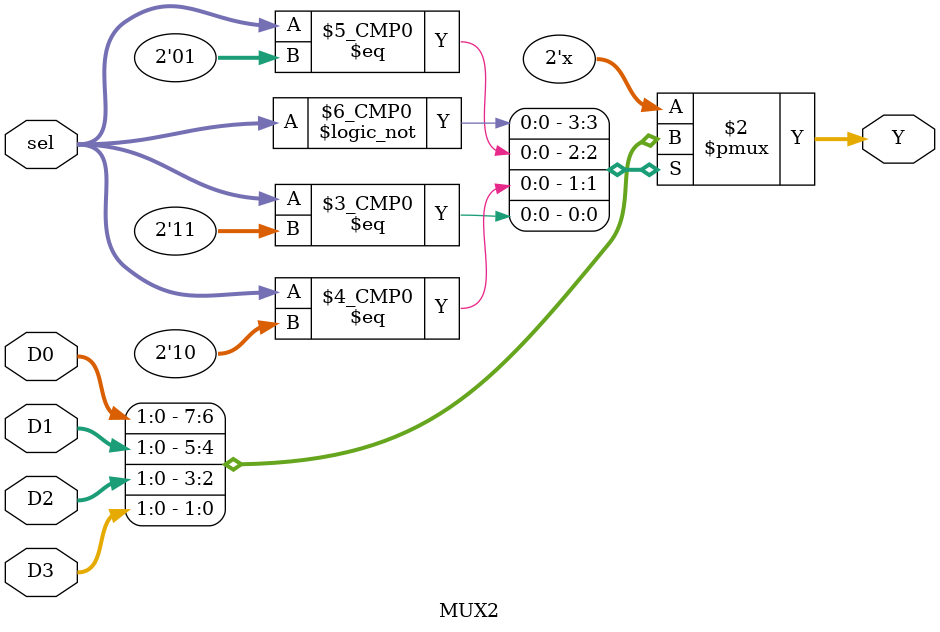
<source format=v>
`timescale 1ns / 1ps


module MUX2(
    input [1:0] D0, D1, D2, D3,
    input [1:0] sel,
    output reg [1:0] Y
    );
        always @(*) begin
        case (sel)
            2'b00: Y = D0;
            2'b01: Y = D1;
            2'b10: Y = D2;
            2'b11: Y = D3;
            default: Y = 2'bxx;
        endcase
    end
    
endmodule

</source>
